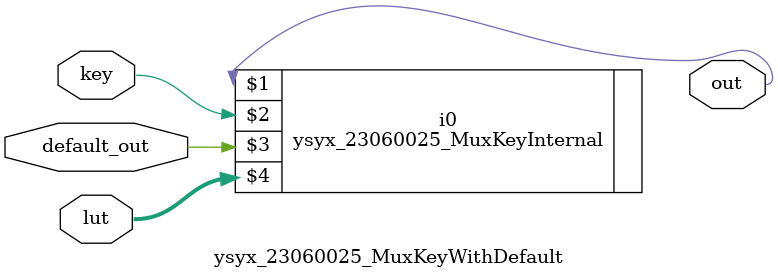
<source format=v>
/*************************************************************************
> File Name: ysyx_23060025_MuxKeyWithDefault.v
> Author: Chelsea
> Mail: 1938166340@qq.com 
> Created Time: 2023年08月04日 星期五 17时46分44秒
************************************************************************/

module ysyx_23060025_MuxKeyWithDefault #(parameter NR_KEY = 2, KEY_LEN = 1, DATA_LEN = 1) (
	output [DATA_LEN-1:0] out,
	input [KEY_LEN-1:0] key,
	input [DATA_LEN-1:0] default_out,
	input [NR_KEY*(KEY_LEN + DATA_LEN)-1:0] lut
);
	ysyx_23060025_MuxKeyInternal #(NR_KEY, KEY_LEN, DATA_LEN, 1) i0 (out, key, default_out, lut);
endmodule



</source>
